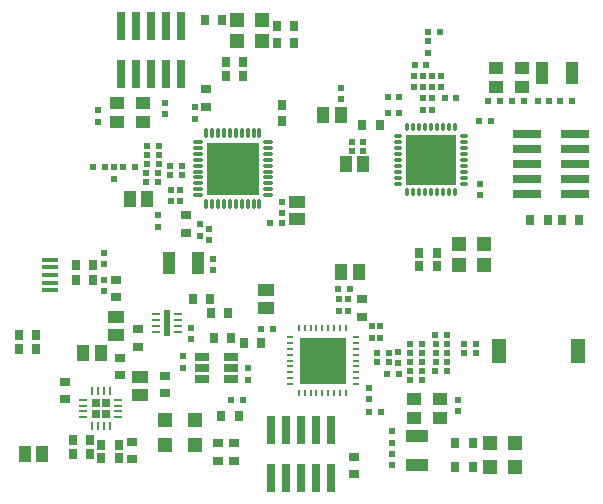
<source format=gtp>
%FSLAX25Y25*%
%MOIN*%
G70*
G01*
G75*
G04 Layer_Color=8421504*
%ADD10R,0.05512X0.04724*%
%ADD11R,0.04331X0.07480*%
%ADD12R,0.05315X0.01575*%
%ADD13R,0.09449X0.02992*%
%ADD14R,0.05118X0.02756*%
%ADD15O,0.03347X0.01102*%
%ADD16O,0.01102X0.03347*%
%ADD17R,0.06693X0.06693*%
%ADD18R,0.16535X0.16535*%
%ADD19O,0.02900X0.01100*%
%ADD20O,0.01100X0.02900*%
%ADD21R,0.15748X0.15748*%
%ADD22R,0.17606X0.17606*%
%ADD23O,0.03347X0.01102*%
%ADD24O,0.01102X0.03347*%
%ADD25R,0.04724X0.04724*%
%ADD26R,0.04921X0.07874*%
%ADD27R,0.02756X0.03543*%
%ADD28R,0.02756X0.00984*%
%ADD29R,0.02402X0.08661*%
%ADD30R,0.05512X0.04331*%
%ADD31R,0.01181X0.01181*%
%ADD32R,0.01181X0.01181*%
%ADD33R,0.02362X0.01969*%
%ADD34R,0.01969X0.02362*%
%ADD35R,0.02756X0.03543*%
%ADD36R,0.03543X0.02756*%
%ADD37R,0.02992X0.09449*%
%ADD38R,0.04331X0.05512*%
%ADD39R,0.04724X0.04724*%
%ADD40R,0.07480X0.04331*%
%ADD41C,0.01200*%
%ADD42C,0.02000*%
%ADD43C,0.01000*%
%ADD44C,0.01500*%
%ADD45O,0.06299X0.04724*%
%ADD46C,0.04724*%
%ADD47R,0.06299X0.06299*%
%ADD48C,0.06299*%
%ADD49R,0.07480X0.07480*%
%ADD50C,0.07480*%
%ADD51C,0.02400*%
%ADD52C,0.03150*%
%ADD53C,0.04000*%
%ADD54O,0.08331X0.06756*%
%ADD55C,0.06756*%
G04:AMPARAMS|DCode=56|XSize=99.37mil|YSize=99.37mil|CornerRadius=0mil|HoleSize=0mil|Usage=FLASHONLY|Rotation=0.000|XOffset=0mil|YOffset=0mil|HoleType=Round|Shape=Relief|Width=10mil|Gap=10mil|Entries=4|*
%AMTHD56*
7,0,0,0.09937,0.07937,0.01000,45*
%
%ADD56THD56*%
%ADD57C,0.07937*%
G04:AMPARAMS|DCode=58|XSize=95.433mil|YSize=95.433mil|CornerRadius=0mil|HoleSize=0mil|Usage=FLASHONLY|Rotation=0.000|XOffset=0mil|YOffset=0mil|HoleType=Round|Shape=Relief|Width=10mil|Gap=10mil|Entries=4|*
%AMTHD58*
7,0,0,0.09543,0.07543,0.01000,45*
%
%ADD58THD58*%
%ADD59C,0.07543*%
G04:AMPARAMS|DCode=60|XSize=72mil|YSize=72mil|CornerRadius=0mil|HoleSize=0mil|Usage=FLASHONLY|Rotation=0.000|XOffset=0mil|YOffset=0mil|HoleType=Round|Shape=Relief|Width=10mil|Gap=10mil|Entries=4|*
%AMTHD60*
7,0,0,0.07200,0.05200,0.01000,45*
%
%ADD60THD60*%
%ADD61C,0.05200*%
%ADD62C,0.00984*%
%ADD63C,0.00394*%
%ADD64C,0.00315*%
%ADD65C,0.00787*%
%ADD66C,0.00500*%
%ADD67R,0.02756X0.02756*%
%ADD68R,0.02756X0.02756*%
%ADD69R,0.05039X0.04252*%
%ADD70R,0.09370X0.02913*%
%ADD71O,0.03150X0.00906*%
%ADD72O,0.00906X0.03150*%
%ADD73O,0.02920X0.01120*%
%ADD74O,0.01120X0.02920*%
%ADD75R,0.15348X0.15348*%
%ADD76O,0.00700X0.02500*%
%ADD77O,0.02500X0.00700*%
%ADD78R,0.02913X0.09370*%
D11*
X154079Y191500D02*
D03*
X163921D02*
D03*
X278610Y255000D02*
D03*
X288453D02*
D03*
D12*
X114500Y192618D02*
D03*
Y190059D02*
D03*
Y182382D02*
D03*
Y184941D02*
D03*
Y187500D02*
D03*
D14*
X165276Y160240D02*
D03*
Y156500D02*
D03*
Y152760D02*
D03*
X174724D02*
D03*
Y156500D02*
D03*
Y160240D02*
D03*
D18*
X241581Y225969D02*
D03*
D22*
X175500Y222878D02*
D03*
D23*
X187213Y214122D02*
D03*
Y216090D02*
D03*
Y218059D02*
D03*
Y220028D02*
D03*
Y221996D02*
D03*
Y223965D02*
D03*
Y225933D02*
D03*
Y227902D02*
D03*
Y229870D02*
D03*
Y231839D02*
D03*
X163787D02*
D03*
Y229870D02*
D03*
Y227902D02*
D03*
Y225933D02*
D03*
Y223965D02*
D03*
Y221996D02*
D03*
Y220028D02*
D03*
Y218059D02*
D03*
Y216090D02*
D03*
Y214122D02*
D03*
D24*
X184358Y234693D02*
D03*
X182390D02*
D03*
X180421D02*
D03*
X178453D02*
D03*
X176484D02*
D03*
X174516D02*
D03*
X172547D02*
D03*
X170579D02*
D03*
X168610D02*
D03*
X166642D02*
D03*
Y211268D02*
D03*
X168610D02*
D03*
X170579D02*
D03*
X172547D02*
D03*
X174516D02*
D03*
X176484D02*
D03*
X178453D02*
D03*
X180421D02*
D03*
X182390D02*
D03*
X184358D02*
D03*
D25*
X163000Y139134D02*
D03*
Y130866D02*
D03*
X153000D02*
D03*
Y139134D02*
D03*
D26*
X290661Y162031D02*
D03*
X264087D02*
D03*
D27*
X127953Y132500D02*
D03*
X122047D02*
D03*
X109953Y167500D02*
D03*
X104047D02*
D03*
X178953Y258500D02*
D03*
X173047D02*
D03*
X173047Y254000D02*
D03*
X178953D02*
D03*
X168047Y175000D02*
D03*
X173953D02*
D03*
X177453Y140500D02*
D03*
X171547D02*
D03*
X255453Y131500D02*
D03*
X249547D02*
D03*
X255453Y123500D02*
D03*
X249547D02*
D03*
X190047Y270500D02*
D03*
X195953D02*
D03*
X190047Y265000D02*
D03*
X195953D02*
D03*
X166047Y272500D02*
D03*
X171953D02*
D03*
X280453Y206000D02*
D03*
X274547D02*
D03*
X243453Y195000D02*
D03*
X237547D02*
D03*
X243453Y190500D02*
D03*
X237547D02*
D03*
X167953Y179500D02*
D03*
X162047D02*
D03*
X290953Y206000D02*
D03*
X285047D02*
D03*
X224484Y237500D02*
D03*
X218579D02*
D03*
X128953Y186000D02*
D03*
X123047D02*
D03*
X128953Y191000D02*
D03*
X123047D02*
D03*
X137453Y126500D02*
D03*
X131547D02*
D03*
X122047Y128000D02*
D03*
X127953D02*
D03*
X169047Y166500D02*
D03*
X174953D02*
D03*
X179047Y165000D02*
D03*
X184953D02*
D03*
X109953Y163000D02*
D03*
X104047D02*
D03*
X131547Y131000D02*
D03*
X137453D02*
D03*
D28*
X157142Y168547D02*
D03*
Y170516D02*
D03*
Y172484D02*
D03*
Y174453D02*
D03*
X149858D02*
D03*
Y172484D02*
D03*
Y170516D02*
D03*
Y168547D02*
D03*
D29*
X153500Y171500D02*
D03*
D30*
X144500Y153453D02*
D03*
Y147547D02*
D03*
X136500Y167547D02*
D03*
Y173453D02*
D03*
X186500Y182453D02*
D03*
Y176547D02*
D03*
X197000Y211953D02*
D03*
Y206047D02*
D03*
D33*
X150469Y221500D02*
D03*
X146531D02*
D03*
X230968Y154500D02*
D03*
X227031D02*
D03*
X210531Y183000D02*
D03*
X214469D02*
D03*
X234563Y152500D02*
D03*
X238500D02*
D03*
X238500Y158500D02*
D03*
X234563D02*
D03*
X247000Y164500D02*
D03*
X243063D02*
D03*
X243032Y155500D02*
D03*
X246969D02*
D03*
X256469Y161500D02*
D03*
X252532D02*
D03*
X238500Y164500D02*
D03*
X234563D02*
D03*
X221031Y142000D02*
D03*
X224969D02*
D03*
X250000Y246500D02*
D03*
X246063D02*
D03*
X227063Y247000D02*
D03*
X231000D02*
D03*
X227063Y241500D02*
D03*
X231000D02*
D03*
X215063Y232000D02*
D03*
X219000D02*
D03*
X261500Y239000D02*
D03*
X257563D02*
D03*
X219000Y229000D02*
D03*
X215063D02*
D03*
X236063Y257500D02*
D03*
X240000D02*
D03*
X244500Y268500D02*
D03*
X240563D02*
D03*
X272500Y245500D02*
D03*
X268563D02*
D03*
X260563Y245500D02*
D03*
X264500D02*
D03*
X277063D02*
D03*
X281000D02*
D03*
X288500Y245500D02*
D03*
X284563D02*
D03*
X147031Y230500D02*
D03*
X150969D02*
D03*
X191969Y205000D02*
D03*
X188031D02*
D03*
X154532Y224000D02*
D03*
X158468D02*
D03*
X147031Y224500D02*
D03*
X150969D02*
D03*
X154532Y221000D02*
D03*
X158468D02*
D03*
X146531Y218500D02*
D03*
X150469D02*
D03*
X178969Y146000D02*
D03*
X175031D02*
D03*
X188969Y169500D02*
D03*
X185031D02*
D03*
X234563Y155500D02*
D03*
X238500D02*
D03*
X223532Y158500D02*
D03*
X227468D02*
D03*
X243063Y158500D02*
D03*
X247000D02*
D03*
X247000Y161500D02*
D03*
X243063D02*
D03*
X252532Y164500D02*
D03*
X256469D02*
D03*
X223532Y161500D02*
D03*
X227468D02*
D03*
X234563Y161500D02*
D03*
X238500D02*
D03*
X246969Y167500D02*
D03*
X243032D02*
D03*
X150969Y227500D02*
D03*
X147031D02*
D03*
X142968Y223500D02*
D03*
X139032D02*
D03*
X132968D02*
D03*
X129032D02*
D03*
D34*
X180500Y152532D02*
D03*
Y156468D02*
D03*
X161500Y166032D02*
D03*
Y169968D02*
D03*
X221000Y146031D02*
D03*
Y149969D02*
D03*
X222000Y170468D02*
D03*
Y166532D02*
D03*
X214000Y179469D02*
D03*
Y175531D02*
D03*
X224500Y170468D02*
D03*
Y166532D02*
D03*
X211000Y179469D02*
D03*
Y175531D02*
D03*
X230532Y161969D02*
D03*
Y158031D02*
D03*
X250500Y142032D02*
D03*
Y145968D02*
D03*
X228500Y135468D02*
D03*
Y131532D02*
D03*
X228500Y124031D02*
D03*
Y127969D02*
D03*
X258000Y214032D02*
D03*
Y217969D02*
D03*
X245031Y253969D02*
D03*
Y250031D02*
D03*
X242032Y246468D02*
D03*
Y242531D02*
D03*
X239032Y246468D02*
D03*
Y242531D02*
D03*
Y253969D02*
D03*
Y250031D02*
D03*
X132500Y194968D02*
D03*
Y191032D02*
D03*
X132500Y182032D02*
D03*
Y185968D02*
D03*
X158000Y212032D02*
D03*
Y215968D02*
D03*
X155000Y212032D02*
D03*
Y215968D02*
D03*
X163000Y243468D02*
D03*
Y239531D02*
D03*
X164500Y200532D02*
D03*
Y204468D02*
D03*
X136000Y219531D02*
D03*
Y223468D02*
D03*
X130500Y242469D02*
D03*
Y238531D02*
D03*
X153000Y244969D02*
D03*
Y241032D02*
D03*
X169000Y189032D02*
D03*
Y192968D02*
D03*
X167500Y199031D02*
D03*
Y202969D02*
D03*
X192000Y211968D02*
D03*
Y208032D02*
D03*
X159000Y156532D02*
D03*
Y160468D02*
D03*
X211531Y246031D02*
D03*
Y249969D02*
D03*
X242032Y250031D02*
D03*
Y253969D02*
D03*
X240531Y261531D02*
D03*
Y265469D02*
D03*
X236032Y250031D02*
D03*
Y253969D02*
D03*
X150500Y207469D02*
D03*
Y203532D02*
D03*
D35*
X192000Y244059D02*
D03*
Y238941D02*
D03*
D36*
X144000Y163547D02*
D03*
Y169453D02*
D03*
X216000Y121047D02*
D03*
Y126953D02*
D03*
X218500Y173547D02*
D03*
Y179453D02*
D03*
X166500Y249453D02*
D03*
Y243547D02*
D03*
X136500Y180047D02*
D03*
Y185953D02*
D03*
X160000Y207453D02*
D03*
Y201547D02*
D03*
X176000Y125547D02*
D03*
Y131453D02*
D03*
X153000Y153953D02*
D03*
Y148047D02*
D03*
X170500Y125547D02*
D03*
Y131453D02*
D03*
X142000Y126047D02*
D03*
Y131953D02*
D03*
X119500Y146047D02*
D03*
Y151953D02*
D03*
X138000Y154047D02*
D03*
Y159953D02*
D03*
D38*
X211547Y188500D02*
D03*
X217453D02*
D03*
X205579Y241000D02*
D03*
X211484D02*
D03*
X218953Y224500D02*
D03*
X213047D02*
D03*
X141047Y213000D02*
D03*
X146953D02*
D03*
X131453Y161500D02*
D03*
X125547D02*
D03*
X111953Y128000D02*
D03*
X106047D02*
D03*
D39*
X261366Y131500D02*
D03*
X269634D02*
D03*
Y123500D02*
D03*
X261366D02*
D03*
X185134Y272500D02*
D03*
X176866D02*
D03*
Y265500D02*
D03*
X185134D02*
D03*
X250866Y198000D02*
D03*
X259134D02*
D03*
Y191000D02*
D03*
X250866D02*
D03*
D40*
X237000Y124079D02*
D03*
Y133921D02*
D03*
D67*
X129728Y144772D02*
D03*
X133272Y141228D02*
D03*
D68*
X129728Y141228D02*
D03*
X133272Y144772D02*
D03*
D69*
X137000Y244799D02*
D03*
X145661D02*
D03*
Y238500D02*
D03*
X137000D02*
D03*
X236000Y146299D02*
D03*
X244661D02*
D03*
Y140000D02*
D03*
X236000D02*
D03*
X272031Y256500D02*
D03*
X263370D02*
D03*
Y250201D02*
D03*
X272031D02*
D03*
D70*
X273488Y234630D02*
D03*
X289630D02*
D03*
X273488Y229630D02*
D03*
X289630D02*
D03*
X273488Y224630D02*
D03*
X289630D02*
D03*
X273488Y219630D02*
D03*
X289630D02*
D03*
X273488Y214630D02*
D03*
X289630D02*
D03*
D71*
X125693Y145953D02*
D03*
Y143984D02*
D03*
Y142016D02*
D03*
Y140047D02*
D03*
X137307D02*
D03*
Y142016D02*
D03*
Y143984D02*
D03*
Y145953D02*
D03*
D72*
X128547Y137193D02*
D03*
X130516D02*
D03*
X132484D02*
D03*
X134453D02*
D03*
Y148807D02*
D03*
X132484D02*
D03*
X130516D02*
D03*
X128547D02*
D03*
D73*
X230581Y217969D02*
D03*
Y219937D02*
D03*
Y221905D02*
D03*
Y223874D02*
D03*
Y225842D02*
D03*
Y227811D02*
D03*
Y229780D02*
D03*
Y231748D02*
D03*
Y233717D02*
D03*
X252482D02*
D03*
Y231748D02*
D03*
Y229780D02*
D03*
Y227811D02*
D03*
Y225842D02*
D03*
Y223874D02*
D03*
Y221905D02*
D03*
Y219937D02*
D03*
Y217969D02*
D03*
D74*
X233658Y236950D02*
D03*
X235626D02*
D03*
X237595D02*
D03*
X239563D02*
D03*
X241531D02*
D03*
X243500D02*
D03*
X245468D02*
D03*
X247437D02*
D03*
X249406D02*
D03*
Y215050D02*
D03*
X247437D02*
D03*
X245468D02*
D03*
X243500D02*
D03*
X241531D02*
D03*
X239563D02*
D03*
X237595D02*
D03*
X235626D02*
D03*
X233658D02*
D03*
D75*
X205469Y158950D02*
D03*
D76*
X197468Y169950D02*
D03*
X199437D02*
D03*
X201406D02*
D03*
X203374D02*
D03*
X205343D02*
D03*
X207311D02*
D03*
X209279D02*
D03*
X211248D02*
D03*
X213216D02*
D03*
Y148050D02*
D03*
X211248D02*
D03*
X209279D02*
D03*
X207311D02*
D03*
X205343D02*
D03*
X203374D02*
D03*
X201406D02*
D03*
X199437D02*
D03*
X197468D02*
D03*
D77*
X216450Y166874D02*
D03*
Y164906D02*
D03*
Y162937D02*
D03*
Y160968D02*
D03*
Y159000D02*
D03*
Y157032D02*
D03*
Y155063D02*
D03*
Y153094D02*
D03*
Y151126D02*
D03*
X194550D02*
D03*
Y153094D02*
D03*
Y155063D02*
D03*
Y157032D02*
D03*
Y159000D02*
D03*
Y160968D02*
D03*
Y162937D02*
D03*
Y164906D02*
D03*
Y166874D02*
D03*
D78*
X138370Y254488D02*
D03*
Y270630D02*
D03*
X143370Y254488D02*
D03*
Y270630D02*
D03*
X148370Y254488D02*
D03*
Y270630D02*
D03*
X153370Y254488D02*
D03*
Y270630D02*
D03*
X158370Y254488D02*
D03*
Y270630D02*
D03*
X208130Y136012D02*
D03*
Y119870D02*
D03*
X203130Y136012D02*
D03*
Y119870D02*
D03*
X198130Y136012D02*
D03*
Y119870D02*
D03*
X193130Y136012D02*
D03*
Y119870D02*
D03*
X188130Y136012D02*
D03*
Y119870D02*
D03*
M02*

</source>
